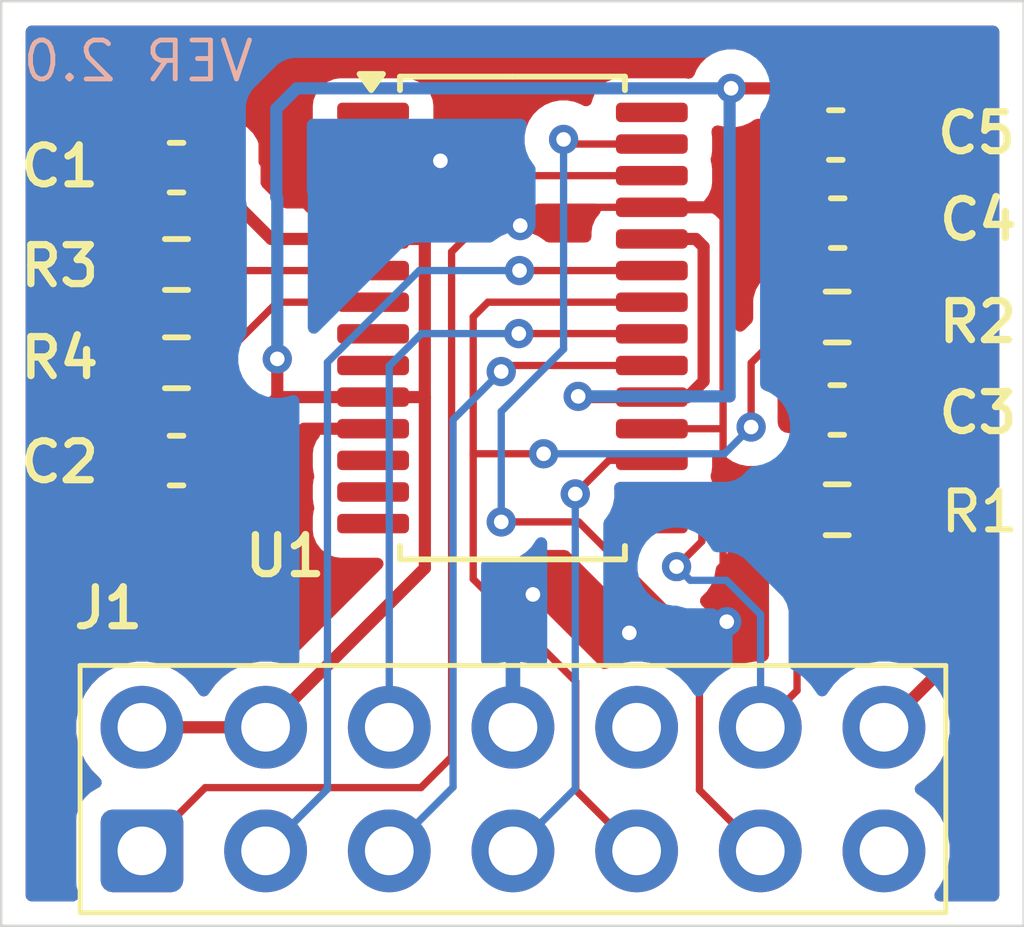
<source format=kicad_pcb>
(kicad_pcb (version 20241229) (generator "pcbnew") (generator_version "9.0")
  (layers (0 "F.Cu" signal) (2 "B.Cu" signal) (13 "F.Paste" user) (15 "B.Paste" user) (5 "F.SilkS" user "F.Silkscreen") (7 "B.SilkS" user "B.Silkscreen") (1 "F.Mask" user) (3 "B.Mask" user) (25 "Edge.Cuts" user))
  (net 0 "")
  (net 1 "GND")
  (net 2 "+3V0")
  (net 3 "/SERIRQ")
  (net 4 "/CLK")
  (net 5 "/LAD3")
  (net 6 "/LAD1")
  (net 7 "/RESET#")
  (net 8 "/LAD2")
  (net 9 "/LAD0")
  (net 10 "/FRAME#")
  (net 13 "Net-(U1-GPIO)")
  (net 14 "Net-(U1-PP)")
  (footprint "Resistor_SMD:R_0603_1608Metric" (layer "F.Cu") (at 93.1 43.91)
    (property "Reference" "R3" (at -2.4 0.03 0) (layer "F.SilkS") (effects (font (size 0.8 0.8))))
    (property "Value" "10K" (hide yes))
    (fp_line (start -0.237258 -0.5225) (end 0.237258 -0.5225) (stroke (width 0.12)) (layer "F.SilkS"))
    (fp_line (start -0.237258 0.5225) (end 0.237258 0.5225) (stroke (width 0.12)) (layer "F.SilkS"))
    (pad "1" smd roundrect (at -0.825 0) (size 0.8 0.95) (layers "F.Cu" "F.Mask" "F.Paste") (net 1 "GND"))
    (pad "2" smd roundrect (at 0.825 0) (size 0.8 0.95) (layers "F.Cu" "F.Mask" "F.Paste") (net 13 "Net-(U1-GPIO)"))
  )
  (footprint "Capacitor_SMD:C_0603_1608Metric" (layer "F.Cu") (at 93.1 47.94)
    (property "Reference" "C2" (at -2.4 0.03 0) (layer "F.SilkS") (effects (font (size 0.8 0.8))))
    (property "Value" "100nF" (hide yes))
    (fp_line (start -0.14058 -0.51) (end 0.14058 -0.51) (stroke (width 0.12)) (layer "F.SilkS"))
    (fp_line (start -0.14058 0.51) (end 0.14058 0.51) (stroke (width 0.12)) (layer "F.SilkS"))
    (pad "1" smd roundrect (at -0.775 0) (size 0.9 0.95) (layers "F.Cu" "F.Mask" "F.Paste") (net 1 "GND"))
    (pad "2" smd roundrect (at 0.775 0) (size 0.9 0.95) (layers "F.Cu" "F.Mask" "F.Paste") (net 2 "+3V0"))
  )
  (footprint "Resistor_SMD:R_0603_1608Metric" (layer "F.Cu") (at 106.67 44.99 180)
    (property "Reference" "R2" (at -2.89 -0.1 180) (layer "F.SilkS") (effects (font (size 0.8 0.8))))
    (property "Value" "4.7K" (hide yes))
    (fp_line (start -0.237258 0.5225) (end 0.237258 0.5225) (stroke (width 0.12)) (layer "F.SilkS"))
    (fp_line (start -0.237258 -0.5225) (end 0.237258 -0.5225) (stroke (width 0.12)) (layer "F.SilkS"))
    (pad "1" smd roundrect (at -0.825 0 180) (size 0.8 0.95) (layers "F.Cu" "F.Mask" "F.Paste") (net 2 "+3V0"))
    (pad "2" smd roundrect (at 0.825 0 180) (size 0.8 0.95) (layers "F.Cu" "F.Mask" "F.Paste") (net 10 "/FRAME#"))
  )
  (footprint "Resistor_SMD:R_0603_1608Metric" (layer "F.Cu") (at 93.1 45.93)
    (property "Reference" "R4" (at -2.4 -0.1 0) (layer "F.SilkS") (effects (font (size 0.8 0.8))))
    (property "Value" "10K" (hide yes))
    (fp_line (start -0.237258 -0.5225) (end 0.237258 -0.5225) (stroke (width 0.12)) (layer "F.SilkS"))
    (fp_line (start -0.237258 0.5225) (end 0.237258 0.5225) (stroke (width 0.12)) (layer "F.SilkS"))
    (pad "1" smd roundrect (at -0.825 0) (size 0.8 0.95) (layers "F.Cu" "F.Mask" "F.Paste") (net 1 "GND"))
    (pad "2" smd roundrect (at 0.825 0) (size 0.8 0.95) (layers "F.Cu" "F.Mask" "F.Paste") (net 14 "Net-(U1-PP)"))
  )
  (footprint "Capacitor_SMD:C_0603_1608Metric" (layer "F.Cu") (at 93.1 41.92)
    (property "Reference" "C1" (at -2.4 -0.03 0) (layer "F.SilkS") (effects (font (size 0.8 0.8))))
    (property "Value" "1uF" (hide yes))
    (fp_line (start -0.14058 -0.51) (end 0.14058 -0.51) (stroke (width 0.12)) (layer "F.SilkS"))
    (fp_line (start -0.14058 0.51) (end 0.14058 0.51) (stroke (width 0.12)) (layer "F.SilkS"))
    (pad "1" smd roundrect (at -0.775 0) (size 0.9 0.95) (layers "F.Cu" "F.Mask" "F.Paste") (net 1 "GND"))
    (pad "2" smd roundrect (at 0.775 0) (size 0.9 0.95) (layers "F.Cu" "F.Mask" "F.Paste") (net 2 "+3V0"))
  )
  (footprint "Package_SO:TSSOP-28_4.4x9.7mm_P0.65mm" (layer "F.Cu") (at 100 45.01)
    (property "Reference" "U1" (at -4.67 4.89 0) (layer "F.SilkS") (effects (font (size 0.8 0.8))))
    (property "Value" "SLB9665xT" (hide yes))
    (fp_line (start -2.31 -4.96) (end -2.31 -4.685) (stroke (width 0.12)) (layer "F.SilkS"))
    (fp_line (start -2.31 4.96) (end -2.31 4.685) (stroke (width 0.12)) (layer "F.SilkS"))
    (fp_line (start 0 -4.96) (end -2.31 -4.96) (stroke (width 0.12)) (layer "F.SilkS"))
    (fp_line (start 0 -4.96) (end 2.31 -4.96) (stroke (width 0.12)) (layer "F.SilkS"))
    (fp_line (start 0 4.96) (end -2.31 4.96) (stroke (width 0.12)) (layer "F.SilkS"))
    (fp_line (start 0 4.96) (end 2.31 4.96) (stroke (width 0.12)) (layer "F.SilkS"))
    (fp_line (start 2.31 -4.96) (end 2.31 -4.685) (stroke (width 0.12)) (layer "F.SilkS"))
    (fp_line (start 2.31 4.96) (end 2.31 4.685) (stroke (width 0.12)) (layer "F.SilkS"))
    (fp_poly (pts (xy -2.9 -4.685) (xy -3.14 -5.015) (xy -2.66 -5.015)) (stroke (width 0.12)) (fill yes) (layer "F.SilkS"))
    (pad "1" smd roundrect (at -2.8625 -4.225) (size 1.475 0.4) (layers "F.Cu" "F.Mask" "F.Paste"))
    (pad "2" smd roundrect (at -2.8625 -3.575) (size 1.475 0.4) (layers "F.Cu" "F.Mask" "F.Paste"))
    (pad "3" smd roundrect (at -2.8625 -2.925) (size 1.475 0.4) (layers "F.Cu" "F.Mask" "F.Paste"))
    (pad "4" smd roundrect (at -2.8625 -2.275) (size 1.475 0.4) (layers "F.Cu" "F.Mask" "F.Paste") (net 1 "GND"))
    (pad "5" smd roundrect (at -2.8625 -1.625) (size 1.475 0.4) (layers "F.Cu" "F.Mask" "F.Paste") (net 2 "+3V0"))
    (pad "6" smd roundrect (at -2.8625 -0.975) (size 1.475 0.4) (layers "F.Cu" "F.Mask" "F.Paste") (net 13 "Net-(U1-GPIO)"))
    (pad "7" smd roundrect (at -2.8625 -0.325) (size 1.475 0.4) (layers "F.Cu" "F.Mask" "F.Paste") (net 14 "Net-(U1-PP)"))
    (pad "8" smd roundrect (at -2.8625 0.325) (size 1.475 0.4) (layers "F.Cu" "F.Mask" "F.Paste"))
    (pad "9" smd roundrect (at -2.8625 0.975) (size 1.475 0.4) (layers "F.Cu" "F.Mask" "F.Paste"))
    (pad "10" smd roundrect (at -2.8625 1.625) (size 1.475 0.4) (layers "F.Cu" "F.Mask" "F.Paste") (net 2 "+3V0"))
    (pad "11" smd roundrect (at -2.8625 2.275) (size 1.475 0.4) (layers "F.Cu" "F.Mask" "F.Paste") (net 1 "GND"))
    (pad "12" smd roundrect (at -2.8625 2.925) (size 1.475 0.4) (layers "F.Cu" "F.Mask" "F.Paste"))
    (pad "13" smd roundrect (at -2.8625 3.575) (size 1.475 0.4) (layers "F.Cu" "F.Mask" "F.Paste"))
    (pad "14" smd roundrect (at -2.8625 4.225) (size 1.475 0.4) (layers "F.Cu" "F.Mask" "F.Paste"))
    (pad "15" smd roundrect (at 2.8625 4.225) (size 1.475 0.4) (layers "F.Cu" "F.Mask" "F.Paste"))
    (pad "16" smd roundrect (at 2.8625 3.575) (size 1.475 0.4) (layers "F.Cu" "F.Mask" "F.Paste") (net 7 "/RESET#"))
    (pad "17" smd roundrect (at 2.8625 2.925) (size 1.475 0.4) (layers "F.Cu" "F.Mask" "F.Paste") (net 5 "/LAD3"))
    (pad "18" smd roundrect (at 2.8625 2.275) (size 1.475 0.4) (layers "F.Cu" "F.Mask" "F.Paste") (net 1 "GND"))
    (pad "19" smd roundrect (at 2.8625 1.625) (size 1.475 0.4) (layers "F.Cu" "F.Mask" "F.Paste") (net 2 "+3V0"))
    (pad "20" smd roundrect (at 2.8625 0.975) (size 1.475 0.4) (layers "F.Cu" "F.Mask" "F.Paste") (net 8 "/LAD2"))
    (pad "21" smd roundrect (at 2.8625 0.325) (size 1.475 0.4) (layers "F.Cu" "F.Mask" "F.Paste") (net 4 "/CLK"))
    (pad "22" smd roundrect (at 2.8625 -0.325) (size 1.475 0.4) (layers "F.Cu" "F.Mask" "F.Paste") (net 10 "/FRAME#"))
    (pad "23" smd roundrect (at 2.8625 -0.975) (size 1.475 0.4) (layers "F.Cu" "F.Mask" "F.Paste") (net 6 "/LAD1"))
    (pad "24" smd roundrect (at 2.8625 -1.625) (size 1.475 0.4) (layers "F.Cu" "F.Mask" "F.Paste") (net 2 "+3V0"))
    (pad "25" smd roundrect (at 2.8625 -2.275) (size 1.475 0.4) (layers "F.Cu" "F.Mask" "F.Paste") (net 1 "GND"))
    (pad "26" smd roundrect (at 2.8625 -2.925) (size 1.475 0.4) (layers "F.Cu" "F.Mask" "F.Paste") (net 9 "/LAD0"))
    (pad "27" smd roundrect (at 2.8625 -3.575) (size 1.475 0.4) (layers "F.Cu" "F.Mask" "F.Paste") (net 3 "/SERIRQ"))
    (pad "28" smd roundrect (at 2.8625 -4.225) (size 1.475 0.4) (layers "F.Cu" "F.Mask" "F.Paste"))
  )
  (footprint "Capacitor_SMD:C_0603_1608Metric" (layer "F.Cu") (at 106.64 41.25)
    (property "Reference" "C5" (at 2.89 -0.04 0) (layer "F.SilkS") (effects (font (size 0.8 0.8))))
    (property "Value" "100nF" (hide yes))
    (fp_line (start -0.14058 -0.51) (end 0.14058 -0.51) (stroke (width 0.12)) (layer "F.SilkS"))
    (fp_line (start -0.14058 0.51) (end 0.14058 0.51) (stroke (width 0.12)) (layer "F.SilkS"))
    (pad "1" smd roundrect (at -0.775 0) (size 0.9 0.95) (layers "F.Cu" "F.Mask" "F.Paste") (net 1 "GND"))
    (pad "2" smd roundrect (at 0.775 0) (size 0.9 0.95) (layers "F.Cu" "F.Mask" "F.Paste") (net 2 "+3V0"))
  )
  (footprint "Resistor_SMD:R_0603_1608Metric" (layer "F.Cu") (at 106.67 48.95 180)
    (property "Reference" "R1" (hide yes))
    (property "Value" "10K" (hide yes))
    (fp_line (start -0.237258 0.5225) (end 0.237258 0.5225) (stroke (width 0.12)) (layer "F.SilkS"))
    (fp_line (start -0.237258 -0.5225) (end 0.237258 -0.5225) (stroke (width 0.12)) (layer "F.SilkS"))
    (pad "1" smd roundrect (at -0.825 0 180) (size 0.8 0.95) (layers "F.Cu" "F.Mask" "F.Paste") (net 2 "+3V0"))
    (pad "2" smd roundrect (at 0.825 0 180) (size 0.8 0.95) (layers "F.Cu" "F.Mask" "F.Paste") (net 7 "/RESET#"))
  )
  (footprint "Capacitor_SMD:C_0603_1608Metric" (layer "F.Cu") (at 106.68 43.06)
    (property "Reference" "C4" (at 2.89 -0.07 0) (layer "F.SilkS") (effects (font (size 0.8 0.8))))
    (property "Value" "100nF" (hide yes))
    (fp_line (start -0.14058 -0.51) (end 0.14058 -0.51) (stroke (width 0.12)) (layer "F.SilkS"))
    (fp_line (start -0.14058 0.51) (end 0.14058 0.51) (stroke (width 0.12)) (layer "F.SilkS"))
    (pad "1" smd roundrect (at -0.775 0) (size 0.9 0.95) (layers "F.Cu" "F.Mask" "F.Paste") (net 1 "GND"))
    (pad "2" smd roundrect (at 0.775 0) (size 0.9 0.95) (layers "F.Cu" "F.Mask" "F.Paste") (net 2 "+3V0"))
  )
  (footprint "Capacitor_SMD:C_0603_1608Metric" (layer "F.Cu") (at 106.67 46.9 180)
    (property "Reference" "C3" (hide yes))
    (property "Value" "100nF" (hide yes))
    (fp_line (start -0.14058 0.51) (end 0.14058 0.51) (stroke (width 0.12)) (layer "F.SilkS"))
    (fp_line (start -0.14058 -0.51) (end 0.14058 -0.51) (stroke (width 0.12)) (layer "F.SilkS"))
    (pad "1" smd roundrect (at -0.775 0 180) (size 0.9 0.95) (layers "F.Cu" "F.Mask" "F.Paste") (net 1 "GND"))
    (pad "2" smd roundrect (at 0.775 0 180) (size 0.9 0.95) (layers "F.Cu" "F.Mask" "F.Paste") (net 2 "+3V0"))
  )
  (footprint "Connector_IDC:IDC-Header_2x07_P2.54mm_Horizontal" (layer "F.Cu") (at 92.39 55.96)
    (property "Reference" "J1" (at -0.69 -4.99 0) (layer "F.SilkS") (effects (font (size 0.8 0.8))))
    (property "Value" "Conn_02x07_Odd_Even" (hide yes))
    (fp_line (start -1.27 -3.81) (end 16.51 -3.81) (stroke (width 0.1)) (layer "F.SilkS"))
    (fp_line (start -1.27 1.27) (end -1.27 -3.81) (stroke (width 0.1)) (layer "F.SilkS"))
    (fp_line (start 16.51 -3.81) (end 16.51 1.27) (stroke (width 0.1)) (layer "F.SilkS"))
    (fp_line (start 16.51 1.27) (end -1.27 1.27) (stroke (width 0.1)) (layer "F.SilkS"))
    (pad "1" thru_hole roundrect (at 0 0 90) (size 1.7 1.7) (drill 1) (layers "*.Cu" "*.Mask") (roundrect_rratio 0.147059) (net 9 "/LAD0"))
    (pad "2" thru_hole circle (at 0 -2.54 90) (size 1.7 1.7) (drill 1) (layers "*.Cu" "*.Mask") (net 2 "+3V0"))
    (pad "3" thru_hole circle (at 2.54 0 90) (size 1.7 1.7) (drill 1) (layers "*.Cu" "*.Mask") (net 6 "/LAD1"))
    (pad "4" thru_hole circle (at 2.54 -2.54 90) (size 1.7 1.7) (drill 1) (layers "*.Cu" "*.Mask") (net 2 "+3V0"))
    (pad "5" thru_hole circle (at 5.08 0 90) (size 1.7 1.7) (drill 1) (layers "*.Cu" "*.Mask") (net 8 "/LAD2"))
    (pad "6" thru_hole circle (at 5.08 -2.54 90) (size 1.7 1.7) (drill 1) (layers "*.Cu" "*.Mask") (net 4 "/CLK"))
    (pad "7" thru_hole circle (at 7.62 0 90) (size 1.7 1.7) (drill 1) (layers "*.Cu" "*.Mask") (net 5 "/LAD3"))
    (pad "8" thru_hole circle (at 7.62 -2.54 90) (size 1.7 1.7) (drill 1) (layers "*.Cu" "*.Mask") (net 1 "GND"))
    (pad "9" thru_hole circle (at 10.16 0 90) (size 1.7 1.7) (drill 1) (layers "*.Cu" "*.Mask") (net 10 "/FRAME#"))
    (pad "10" thru_hole circle (at 10.16 -2.54 90) (size 1.7 1.7) (drill 1) (layers "*.Cu" "*.Mask"))
    (pad "11" thru_hole circle (at 12.7 0 90) (size 1.7 1.7) (drill 1) (layers "*.Cu" "*.Mask") (net 3 "/SERIRQ"))
    (pad "12" thru_hole circle (at 12.7 -2.54 90) (size 1.7 1.7) (drill 1) (layers "*.Cu" "*.Mask") (net 7 "/RESET#"))
    (pad "13" thru_hole circle (at 15.24 0 90) (size 1.7 1.7) (drill 1) (layers "*.Cu" "*.Mask"))
    (pad "14" thru_hole circle (at 15.24 -2.54 90) (size 1.7 1.7) (drill 1) (layers "*.Cu" "*.Mask") (net 2 "+3V0"))
  )
  (gr_rect (start 89.5 38.5) (end 110.5 57.5) (stroke (width 0.05)) (fill no) (layer "Edge.Cuts"))
  (gr_text "C3\n" (at 109.56 46.96 0) (layer "F.SilkS") (effects (font (size 0.8 0.8))))
  (gr_text "R1" (at 109.5975 48.99 0) (layer "F.SilkS") (effects (font (size 0.8 0.8) (thickness 0.125))))
  (gr_text "VER 2.0" (at 94.74 40.2 0) (layer "B.SilkS") (effects (font (size 0.8 0.8) (thickness 0.1)) (justify left bottom mirror)))
  (segment (start 106.145 48.2) (end 104.327 48.2) (width 0.15) (layer "F.Cu") (net 1))
  (segment (start 92.325 45.98) (end 92.275 45.93) (width 0.15) (layer "F.Cu") (net 1))
  (segment (start 94.313756 48.691) (end 94.134756 48.87) (width 0.15) (layer "F.Cu") (net 1))
  (segment (start 94.909 41.789) (end 95.855 42.735) (width 0.25) (layer "F.Cu") (net 1))
  (segment (start 95.719756 47.285) (end 94.313756 48.691) (width 0.15) (layer "F.Cu") (net 1))
  (segment (start 107.445 46.9) (end 106.145 48.2) (width 0.15) (layer "F.Cu") (net 1))
  (segment (start 98.52 41.974516) (end 97.759516 42.735) (width 0.15) (layer "F.Cu") (net 1))
  (segment (start 104.284 51.132692) (end 104.401308 51.25) (width 0.15) (layer "F.Cu") (net 1))
  (segment (start 105.895 41.19) (end 105.895 42.86) (width 0.15) (layer "F.Cu") (net 1))
  (segment (start 96.475 42.735) (end 97.1375 42.735) (width 0.15) (layer "F.Cu") (net 1))
  (segment (start 94.909 40.9) (end 94.909 41.789) (width 0.25) (layer "F.Cu") (net 1))
  (segment (start 94.134756 48.87) (end 93.255 48.87) (width 0.15) (layer "F.Cu") (net 1))
  (segment (start 101.64 50.69) (end 102.42 51.47) (width 0.15) (layer "F.Cu") (net 1))
  (segment (start 105.58 42.735) (end 105.905 43.06) (width 0.15) (layer "F.Cu") (net 1))
  (segment (start 100.42 50.69) (end 101.64 50.69) (width 0.15) (layer "F.Cu") (net 1))
  (segment (start 92.275 43.91) (end 92.275 45.93) (width 0.15) (layer "F.Cu") (net 1))
  (segment (start 102.8625 42.735) (end 100.535 42.735) (width 0.15) (layer "F.Cu") (net 1))
  (segment (start 93.345 40.9) (end 94.909 40.9) (width 0.25) (layer "F.Cu") (net 1))
  (segment (start 100.535 42.735) (end 100.16 43.11) (width 0.15) (layer "F.Cu") (net 1))
  (segment (start 104.326 51.174692) (end 104.326 42.781) (width 0.15) (layer "F.Cu") (net 1))
  (segment (start 97.1375 47.285) (end 95.719756 47.285) (width 0.25) (layer "F.Cu") (net 1))
  (segment (start 93.255 48.87) (end 92.325 47.94) (width 0.15) (layer "F.Cu") (net 1))
  (segment (start 98.52 41.78) (end 98.52 41.974516) (width 0.15) (layer "F.Cu") (net 1))
  (segment (start 92.275 43.91) (end 92.275 41.97) (width 0.15) (layer "F.Cu") (net 1))
  (segment (start 92.325 41.92) (end 93.345 40.9) (width 0.25) (layer "F.Cu") (net 1))
  (segment (start 92.275 41.97) (end 92.325 41.92) (width 0.15) (layer "F.Cu") (net 1))
  (segment (start 95.855 42.735) (end 96.475 42.735) (width 0.25) (layer "F.Cu") (net 1))
  (segment (start 97.759516 42.735) (end 97.1375 42.735) (width 0.15) (layer "F.Cu") (net 1))
  (segment (start 104.401308 51.25) (end 104.326 51.174692) (width 0.15) (layer "F.Cu") (net 1))
  (segment (start 102.8625 47.285) (end 104.292 47.285) (width 0.15) (layer "F.Cu") (net 1))
  (segment (start 92.325 47.94) (end 92.325 45.98) (width 0.15) (layer "F.Cu") (net 1))
  (segment (start 102.8625 42.735) (end 102.8725 42.725) (width 0.15) (layer "F.Cu") (net 1))
  (segment (start 102.8625 42.735) (end 105.58 42.735) (width 0.25) (layer "F.Cu") (net 1))
  (via (at 98.52 41.78) (size 0.6) (drill 0.3) (layers "F.Cu" "B.Cu") (net 1))
  (via (at 102.4 51.48) (size 0.6) (drill 0.3) (layers "F.Cu" "B.Cu") (net 1))
  (via (at 100.16 43.11) (size 0.6) (drill 0.3) (layers "F.Cu" "B.Cu") (net 1))
  (via (at 100.42 50.69) (size 0.6) (drill 0.3) (layers "F.Cu" "B.Cu") (net 1))
  (via (at 104.401308 51.25) (size 0.6) (drill 0.3) (layers "F.Cu" "B.Cu") (net 1))
  (segment (start 104.171308 51.48) (end 104.401308 51.25) (width 0.15) (layer "B.Cu") (net 1))
  (segment (start 104.401308 51.25) (end 104.401308 51.304735) (width 0.15) (layer "B.Cu") (net 1))
  (segment (start 102.4 51.48) (end 104.171308 51.48) (width 0.15) (layer "B.Cu") (net 1))
  (segment (start 100.01 51.1) (end 100.42 50.69) (width 0.3) (layer "B.Cu") (net 1))
  (segment (start 102.41 51.49) (end 102.4 51.48) (width 0.15) (layer "B.Cu") (net 1))
  (segment (start 100.01 53.42) (end 100.01 51.1) (width 0.3) (layer "B.Cu") (net 1))
  (segment (start 104.401308 51.304735) (end 104.276043 51.43) (width 0.15) (layer "B.Cu") (net 1))
  (segment (start 100.16 43.11) (end 98.83 41.78) (width 0.15) (layer "B.Cu") (net 1))
  (segment (start 98.83 41.78) (end 98.52 41.78) (width 0.15) (layer "B.Cu") (net 1))
  (segment (start 106.805 45.99) (end 108.73 45.99) (width 0.25) (layer "F.Cu") (net 2))
  (segment (start 108.73 42.88) (end 108.73 41.98) (width 0.25) (layer "F.Cu") (net 2))
  (segment (start 108.73 43.05) (end 108.73 42.88) (width 0.25) (layer "F.Cu") (net 2))
  (segment (start 97.830226 43.385) (end 97.1375 43.385) (width 0.25) (layer "F.Cu") (net 2))
  (segment (start 103.765 43.385) (end 103.926 43.546) (width 0.25) (layer "F.Cu") (net 2))
  (segment (start 107.46 42.9) (end 108.71 42.9) (width 0.25) (layer "F.Cu") (net 2))
  (segment (start 108.73 52.32) (end 108.73 48.95) (width 0.25) (layer "F.Cu") (net 2))
  (segment (start 98.119702 43.385) (end 98.2 43.465298) (width 0.25) (layer "F.Cu") (net 2))
  (segment (start 104.49 40.29) (end 108.36 40.29) (width 0.25) (layer "F.Cu") (net 2))
  (segment (start 107.445 41.19) (end 108.7 41.19) (width 0.25) (layer "F.Cu") (net 2))
  (segment (start 108.36 40.29) (end 108.73 40.66) (width 0.25) (layer "F.Cu") (net 2))
  (segment (start 107.495 48.95) (end 108.73 48.95) (width 0.25) (layer "F.Cu") (net 2))
  (segment (start 97.1375 43.385) (end 98.119702 43.385) (width 0.25) (layer "F.Cu") (net 2))
  (segment (start 98.2 43.465298) (end 98.2 46.635) (width 0.25) (layer "F.Cu") (net 2))
  (segment (start 92.39 53.42) (end 94.93 53.42) (width 0.25) (layer "F.Cu") (net 2))
  (segment (start 103.599999 46.635) (end 102.8625 46.635) (width 0.25) (layer "F.Cu") (net 2))
  (segment (start 103.926 46.308999) (end 103.599999 46.635) (width 0.25) (layer "F.Cu") (net 2))
  (segment (start 102.8625 46.635) (end 101.325 46.635) (width 0.25) (layer "F.Cu") (net 2))
  (segment (start 98.201 50.149) (end 98.201 46.66) (width 0.25) (layer "F.Cu") (net 2))
  (segment (start 95.18 46.635) (end 97.1375 46.635) (width 0.25) (layer "F.Cu") (net 2))
  (segment (start 93.875 47.94) (end 95.18 46.635) (width 0.25) (layer "F.Cu") (net 2))
  (segment (start 95.17 46.625) (end 95.17 45.85) (width 0.25) (layer "F.Cu") (net 2))
  (segment (start 107.63 53.42) (end 108.73 52.32) (width 0.25) (layer "F.Cu") (net 2))
  (segment (start 108.71 42.9) (end 108.73 42.88) (width 0.25) (layer "F.Cu") (net 2))
  (segment (start 97.1375 43.385) (end 95.045 43.385) (width 0.25) (layer "F.Cu") (net 2))
  (segment (start 108.7 41.19) (end 108.73 41.22) (width 0.25) (layer "F.Cu") (net 2))
  (segment (start 95.18 46.635) (end 95.17 46.625) (width 0.25) (layer "F.Cu") (net 2))
  (segment (start 108.73 40.66) (end 108.73 41.98) (width 0.25) (layer "F.Cu") (net 2))
  (segment (start 108.73 41.98) (end 108.73 41.22) (width 0.25) (layer "F.Cu") (net 2))
  (segment (start 97.1125 46.66) (end 97.1375 46.635) (width 0.2) (layer "F.Cu") (net 2))
  (segment (start 105.895 46.9) (end 106.805 45.99) (width 0.25) (layer "F.Cu") (net 2))
  (segment (start 108.73 48.95) (end 108.73 45.99) (width 0.25) (layer "F.Cu") (net 2))
  (segment (start 94.93 53.42) (end 98.201 50.149) (width 0.25) (layer "F.Cu") (net 2))
  (segment (start 95.045 43.385) (end 93.875 42.215) (width 0.25) (layer "F.Cu") (net 2))
  (segment (start 108.73 44.99) (end 108.73 43.05) (width 0.25) (layer "F.Cu") (net 2))
  (segment (start 97.1225 43.37) (end 97.1375 43.385) (width 0.25) (layer "F.Cu") (net 2))
  (segment (start 102.8625 43.385) (end 103.765 43.385) (width 0.25) (layer "F.Cu") (net 2))
  (segment (start 93.875 42.215) (end 93.875 41.92) (width 0.25) (layer "F.Cu") (net 2))
  (segment (start 98.2 46.635) (end 97.1375 46.635) (width 0.25) (layer "F.Cu") (net 2))
  (segment (start 107.495 44.99) (end 108.73 44.99) (width 0.25) (layer "F.Cu") (net 2))
  (segment (start 101.325 46.635) (end 101.31 46.65) (width 0.25) (layer "F.Cu") (net 2))
  (segment (start 103.926 43.546) (end 103.926 46.308999) (width 0.25) (layer "F.Cu") (net 2))
  (segment (start 108.73 45.99) (end 108.73 44.99) (width 0.25) (layer "F.Cu") (net 2))
  (via (at 95.17 45.85) (size 0.6) (drill 0.3) (layers "F.Cu" "B.Cu") (net 2))
  (via (at 101.35 46.62) (size 0.6) (drill 0.3) (layers "F.Cu" "B.Cu") (net 2))
  (via (at 104.49 40.29) (size 0.6) (drill 0.3) (layers "F.Cu" "B.Cu") (net 2))
  (segment (start 95.57 40.29) (end 104.49 40.29) (width 0.25) (layer "B.Cu") (net 2))
  (segment (start 95.17 42.55) (end 95.15 42.53) (width 0.25) (layer "B.Cu") (net 2))
  (segment (start 104.46 46.62) (end 104.46 40.29) (width 0.25) (layer "B.Cu") (net 2))
  (segment (start 95.15 40.71) (end 95.57 40.29) (width 0.25) (layer "B.Cu") (net 2))
  (segment (start 95.17 45.85) (end 95.17 42.55) (width 0.25) (layer "B.Cu") (net 2))
  (segment (start 95.15 42.53) (end 95.15 40.71) (width 0.25) (layer "B.Cu") (net 2))
  (segment (start 101.35 46.62) (end 104.46 46.62) (width 0.25) (layer "B.Cu") (net 2))
  (segment (start 103.84 51.68) (end 103.84 54.71) (width 0.15) (layer "F.Cu") (net 3))
  (segment (start 103.84 54.71) (end 105.09 55.96) (width 0.15) (layer "F.Cu") (net 3))
  (segment (start 101.145 41.435) (end 101.05 41.34) (width 0.15) (layer "F.Cu") (net 3))
  (segment (start 102.8625 41.435) (end 101.145 41.435) (width 0.15) (layer "F.Cu") (net 3))
  (segment (start 99.77 49.2) (end 101.36 49.2) (width 0.15) (layer "F.Cu") (net 3))
  (segment (start 101.36 49.2) (end 103.84 51.68) (width 0.15) (layer "F.Cu") (net 3))
  (via (at 99.77 49.2) (size 0.6) (drill 0.3) (layers "F.Cu" "B.Cu") (net 3))
  (via (at 101.05 41.34) (size 0.6) (drill 0.3) (layers "F.Cu" "B.Cu") (net 3))
  (segment (start 101.05 45.65) (end 101.05 41.34) (width 0.15) (layer "B.Cu") (net 3))
  (segment (start 99.764 49.194) (end 99.77 49.2) (width 0.15) (layer "B.Cu") (net 3))
  (segment (start 99.77 46.93) (end 101.05 45.65) (width 0.15) (layer "B.Cu") (net 3))
  (segment (start 99.77 49.2) (end 99.77 46.93) (width 0.15) (layer "B.Cu") (net 3))
  (segment (start 100.13 45.33) (end 102.8575 45.33) (width 0.15) (layer "F.Cu") (net 4))
  (segment (start 102.8575 45.33) (end 102.8625 45.335) (width 0.15) (layer "F.Cu") (net 4))
  (via (at 100.13 45.33) (size 0.6) (drill 0.3) (layers "F.Cu" "B.Cu") (net 4))
  (segment (start 98.133612 45.33) (end 97.47 45.993612) (width 0.15) (layer "B.Cu") (net 4))
  (segment (start 100.13 45.33) (end 98.133612 45.33) (width 0.15) (layer "B.Cu") (net 4))
  (segment (start 97.47 45.993612) (end 97.47 53.42) (width 0.15) (layer "B.Cu") (net 4))
  (segment (start 101.98 47.935) (end 102.8625 47.935) (width 0.15) (layer "F.Cu") (net 5))
  (segment (start 101.29 48.625) (end 101.98 47.935) (width 0.15) (layer "F.Cu") (net 5))
  (via (at 101.29 48.625) (size 0.6) (drill 0.3) (layers "F.Cu" "B.Cu") (net 5))
  (segment (start 101.29 54.68) (end 100.01 55.96) (width 0.15) (layer "B.Cu") (net 5))
  (segment (start 101.29 48.63) (end 101.29 54.68) (width 0.15) (layer "B.Cu") (net 5))
  (segment (start 102.8625 44.035) (end 100.145 44.035) (width 0.15) (layer "F.Cu") (net 6))
  (via (at 100.145 44.035) (size 0.6) (drill 0.3) (layers "F.Cu" "B.Cu") (net 6))
  (segment (start 100.145 44.035) (end 98.085 44.035) (width 0.15) (layer "B.Cu") (net 6))
  (segment (start 96.2 45.92) (end 96.2 54.69) (width 0.15) (layer "B.Cu") (net 6))
  (segment (start 96.2 54.69) (end 94.93 55.96) (width 0.15) (layer "B.Cu") (net 6))
  (segment (start 98.085 44.035) (end 96.2 45.92) (width 0.15) (layer "B.Cu") (net 6))
  (segment (start 105.845 52.665) (end 105.09 53.42) (width 0.15) (layer "F.Cu") (net 7))
  (segment (start 103.484516 48.585) (end 102.8625 48.585) (width 0.15) (layer "F.Cu") (net 7))
  (segment (start 103.37 50.119027) (end 103.89 49.599027) (width 0.15) (layer "F.Cu") (net 7))
  (segment (start 103.89 48.990484) (end 103.484516 48.585) (width 0.15) (layer "F.Cu") (net 7))
  (segment (start 105.845 48.95) (end 105.845 52.665) (width 0.15) (layer "F.Cu") (net 7))
  (segment (start 103.89 49.599027) (end 103.89 48.990484) (width 0.15) (layer "F.Cu") (net 7))
  (via (at 103.37 50.119027) (size 0.6) (drill 0.3) (layers "F.Cu" "B.Cu") (net 7))
  (segment (start 105.096 51.101412) (end 105.096 53.414) (width 0.15) (layer "B.Cu") (net 7))
  (segment (start 104.394588 50.4) (end 105.096 51.101412) (width 0.15) (layer "B.Cu") (net 7))
  (segment (start 103.37 50.119027) (end 103.650973 50.4) (width 0.15) (layer "B.Cu") (net 7))
  (segment (start 103.650973 50.4) (end 104.394588 50.4) (width 0.15) (layer "B.Cu") (net 7))
  (segment (start 105.096 53.414) (end 105.09 53.42) (width 0.15) (layer "B.Cu") (net 7))
  (segment (start 99.769 46.11) (end 99.894 45.985) (width 0.15) (layer "F.Cu") (net 8))
  (segment (start 99.894 45.985) (end 102.8625 45.985) (width 0.15) (layer "F.Cu") (net 8))
  (segment (start 99.769 46.11) (end 99.769 46.299) (width 0.15) (layer "F.Cu") (net 8))
  (via (at 99.769 46.11) (size 0.6) (drill 0.3) (layers "F.Cu" "B.Cu") (net 8))
  (segment (start 98.78 54.65) (end 97.47 55.96) (width 0.15) (layer "B.Cu") (net 8))
  (segment (start 98.78 47.099) (end 98.78 54.65) (width 0.15) (layer "B.Cu") (net 8))
  (segment (start 99.769 46.11) (end 98.78 47.099) (width 0.15) (layer "B.Cu") (net 8))
  (segment (start 98.75 54.03) (end 98.12 54.66) (width 0.15) (layer "F.Cu") (net 9))
  (segment (start 98.75 43.65) (end 98.75 54.03) (width 0.15) (layer "F.Cu") (net 9))
  (segment (start 100.315 42.085) (end 98.75 43.65) (width 0.15) (layer "F.Cu") (net 9))
  (segment (start 102.8625 42.085) (end 100.315 42.085) (width 0.15) (layer "F.Cu") (net 9))
  (segment (start 93.69 54.66) (end 92.39 55.96) (width 0.15) (layer "F.Cu") (net 9))
  (segment (start 98.12 54.66) (end 93.69 54.66) (width 0.15) (layer "F.Cu") (net 9))
  (segment (start 101.3 52.48) (end 101.3 54.71) (width 0.15) (layer "F.Cu") (net 10))
  (segment (start 102.8625 44.685) (end 99.495 44.685) (width 0.15) (layer "F.Cu") (net 10))
  (segment (start 100.64 47.8) (end 99.214 47.8) (width 0.15) (layer "F.Cu") (net 10))
  (segment (start 104.902 45.933) (end 104.902 47.25) (width 0.15) (layer "F.Cu") (net 10))
  (segment (start 99.194 44.986) (end 99.194 47.82) (width 0.15) (layer "F.Cu") (net 10))
  (segment (start 101.3 54.71) (end 102.55 55.96) (width 0.15) (layer "F.Cu") (net 10))
  (segment (start 99.495 44.685) (end 99.194 44.986) (width 0.15) (layer "F.Cu") (net 10))
  (segment (start 105.845 44.99) (end 104.902 45.933) (width 0.15) (layer "F.Cu") (net 10))
  (segment (start 99.194 47.82) (end 99.194 50.374) (width 0.15) (layer "F.Cu") (net 10))
  (segment (start 99.194 50.374) (end 101.3 52.48) (width 0.15) (layer "F.Cu") (net 10))
  (segment (start 99.214 47.8) (end 99.194 47.82) (width 0.15) (layer "F.Cu") (net 10))
  (via (at 100.64 47.8) (size 0.6) (drill 0.3) (layers "F.Cu" "B.Cu") (net 10))
  (via (at 104.902 47.25) (size 0.6) (drill 0.3) (layers "F.Cu" "B.Cu") (net 10))
  (segment (start 104.902 47.25) (end 104.945001 47.293001) (width 0.15) (layer "B.Cu") (net 10))
  (segment (start 100.64 47.8) (end 104.352 47.8) (width 0.15) (layer "B.Cu") (net 10))
  (segment (start 104.352 47.8) (end 104.902 47.25) (width 0.15) (layer "B.Cu") (net 10))
  (segment (start 97.1325 44.03) (end 97.1375 44.035) (width 0.15) (layer "F.Cu") (net 13))
  (segment (start 94.05 44.035) (end 93.925 43.91) (width 0.15) (layer "F.Cu") (net 13))
  (segment (start 97.1375 44.035) (end 94.05 44.035) (width 0.15) (layer "F.Cu") (net 13))
  (segment (start 97.0825 43.98) (end 97.1375 44.035) (width 0.15) (layer "F.Cu") (net 13))
  (segment (start 93.925 45.93) (end 95.17 44.685) (width 0.15) (layer "F.Cu") (net 14))
  (segment (start 95.17 44.685) (end 97.1375 44.685) (width 0.15) (layer "F.Cu") (net 14))
  (segment (start 97.1125 44.71) (end 97.1375 44.685) (width 0.15) (layer "F.Cu") (net 14))
  (segment (start 97.1225 44.7) (end 97.1375 44.685) (width 0.15) (layer "F.Cu") (net 14))
  (zone (net 1) (net_name "GND") (layer "F.Cu") (connect_pads thru_hole_only (clearance 0.5)) (min_thickness 0.25) (fill yes (thermal_gap 0.5) (thermal_bridge_width 0.5))
    (polygon (pts (xy 89.61 38.64) (xy 110.4 38.65) (xy 110.45 57.43) (xy 89.58 57.38) (xy 89.58 38.64)))
  )
  (zone (net 1) (net_name "GND") (layer "B.Cu") (priority 1) (connect_pads (clearance 0.5)) (min_thickness 0.25) (fill yes (thermal_gap 0.5) (thermal_bridge_width 0.5))
    (polygon (pts (xy 89.58 38.64) (xy 110.4 38.65) (xy 110.45 57.43) (xy 89.58 57.38)))
  )
)
</source>
